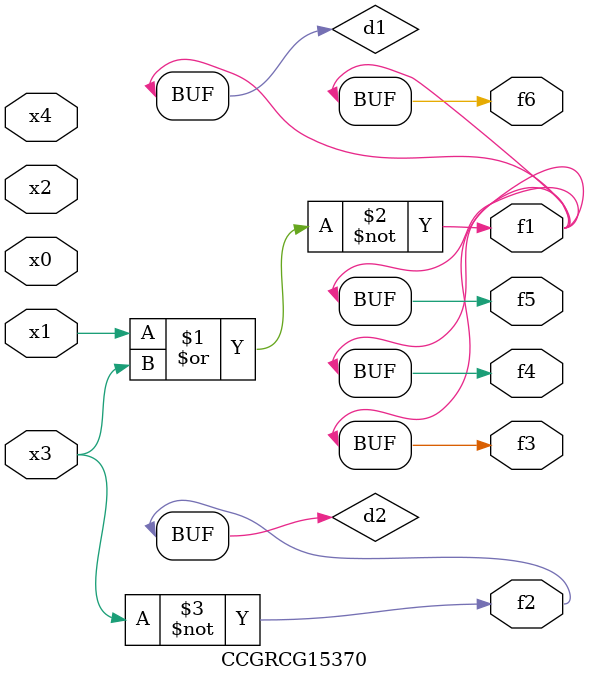
<source format=v>
module CCGRCG15370(
	input x0, x1, x2, x3, x4,
	output f1, f2, f3, f4, f5, f6
);

	wire d1, d2;

	nor (d1, x1, x3);
	not (d2, x3);
	assign f1 = d1;
	assign f2 = d2;
	assign f3 = d1;
	assign f4 = d1;
	assign f5 = d1;
	assign f6 = d1;
endmodule

</source>
